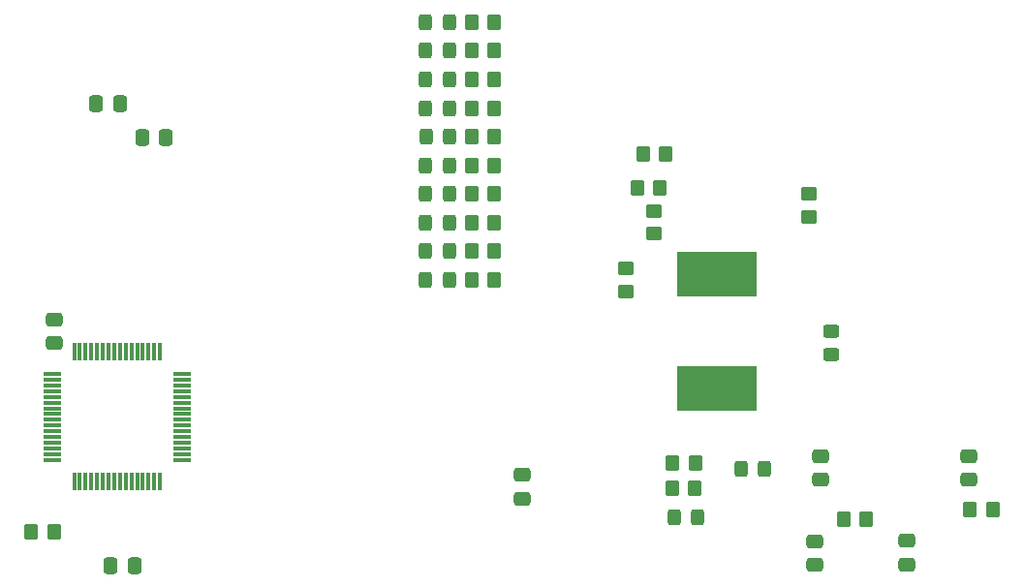
<source format=gbr>
%TF.GenerationSoftware,KiCad,Pcbnew,8.0.3*%
%TF.CreationDate,2024-07-18T08:26:54+01:00*%
%TF.ProjectId,sub,7375622e-6b69-4636-9164-5f7063625858,rev?*%
%TF.SameCoordinates,Original*%
%TF.FileFunction,Paste,Top*%
%TF.FilePolarity,Positive*%
%FSLAX46Y46*%
G04 Gerber Fmt 4.6, Leading zero omitted, Abs format (unit mm)*
G04 Created by KiCad (PCBNEW 8.0.3) date 2024-07-18 08:26:54*
%MOMM*%
%LPD*%
G01*
G04 APERTURE LIST*
G04 Aperture macros list*
%AMRoundRect*
0 Rectangle with rounded corners*
0 $1 Rounding radius*
0 $2 $3 $4 $5 $6 $7 $8 $9 X,Y pos of 4 corners*
0 Add a 4 corners polygon primitive as box body*
4,1,4,$2,$3,$4,$5,$6,$7,$8,$9,$2,$3,0*
0 Add four circle primitives for the rounded corners*
1,1,$1+$1,$2,$3*
1,1,$1+$1,$4,$5*
1,1,$1+$1,$6,$7*
1,1,$1+$1,$8,$9*
0 Add four rect primitives between the rounded corners*
20,1,$1+$1,$2,$3,$4,$5,0*
20,1,$1+$1,$4,$5,$6,$7,0*
20,1,$1+$1,$6,$7,$8,$9,0*
20,1,$1+$1,$8,$9,$2,$3,0*%
G04 Aperture macros list end*
%ADD10RoundRect,0.250000X0.325000X0.450000X-0.325000X0.450000X-0.325000X-0.450000X0.325000X-0.450000X0*%
%ADD11RoundRect,0.250000X-0.350000X-0.450000X0.350000X-0.450000X0.350000X0.450000X-0.350000X0.450000X0*%
%ADD12RoundRect,0.250000X0.475000X-0.337500X0.475000X0.337500X-0.475000X0.337500X-0.475000X-0.337500X0*%
%ADD13RoundRect,0.250000X-0.450000X0.350000X-0.450000X-0.350000X0.450000X-0.350000X0.450000X0.350000X0*%
%ADD14RoundRect,0.250000X0.337500X0.475000X-0.337500X0.475000X-0.337500X-0.475000X0.337500X-0.475000X0*%
%ADD15RoundRect,0.250000X0.350000X0.450000X-0.350000X0.450000X-0.350000X-0.450000X0.350000X-0.450000X0*%
%ADD16RoundRect,0.250000X-0.337500X-0.475000X0.337500X-0.475000X0.337500X0.475000X-0.337500X0.475000X0*%
%ADD17RoundRect,0.075000X0.700000X0.075000X-0.700000X0.075000X-0.700000X-0.075000X0.700000X-0.075000X0*%
%ADD18RoundRect,0.075000X0.075000X0.700000X-0.075000X0.700000X-0.075000X-0.700000X0.075000X-0.700000X0*%
%ADD19RoundRect,0.250000X-0.325000X-0.450000X0.325000X-0.450000X0.325000X0.450000X-0.325000X0.450000X0*%
%ADD20RoundRect,0.250000X0.450000X-0.325000X0.450000X0.325000X-0.450000X0.325000X-0.450000X-0.325000X0*%
%ADD21RoundRect,0.250000X-0.475000X0.337500X-0.475000X-0.337500X0.475000X-0.337500X0.475000X0.337500X0*%
%ADD22R,7.000000X4.000000*%
G04 APERTURE END LIST*
D10*
%TO.C,D11*%
X102525000Y-69000000D03*
X100475000Y-69000000D03*
%TD*%
D11*
%TO.C,R5*%
X118952271Y-81000000D03*
X120952271Y-81000000D03*
%TD*%
%TO.C,R12*%
X104475000Y-84000000D03*
X106475000Y-84000000D03*
%TD*%
D12*
%TO.C,C12*%
X108892500Y-108130000D03*
X108892500Y-106055000D03*
%TD*%
D11*
%TO.C,R17*%
X104475000Y-89000000D03*
X106475000Y-89000000D03*
%TD*%
D13*
%TO.C,R8*%
X117952271Y-88000000D03*
X117952271Y-90000000D03*
%TD*%
D14*
%TO.C,C9*%
X73742500Y-73590000D03*
X71667500Y-73590000D03*
%TD*%
D11*
%TO.C,R20*%
X104475000Y-69000000D03*
X106475000Y-69000000D03*
%TD*%
%TO.C,R13*%
X104475000Y-81500000D03*
X106475000Y-81500000D03*
%TD*%
D12*
%TO.C,C1*%
X142500000Y-113905000D03*
X142500000Y-111830000D03*
%TD*%
D15*
%TO.C,R1*%
X124000000Y-107250000D03*
X122000000Y-107250000D03*
%TD*%
D11*
%TO.C,R9*%
X148040000Y-109080000D03*
X150040000Y-109080000D03*
%TD*%
%TO.C,R21*%
X104475000Y-66500000D03*
X106475000Y-66500000D03*
%TD*%
D10*
%TO.C,D7*%
X102525000Y-79000000D03*
X100475000Y-79000000D03*
%TD*%
%TO.C,D10*%
X102525000Y-71500000D03*
X100475000Y-71500000D03*
%TD*%
D16*
%TO.C,C2*%
X72925000Y-114000000D03*
X75000000Y-114000000D03*
%TD*%
D15*
%TO.C,R11*%
X124040000Y-105000000D03*
X122040000Y-105000000D03*
%TD*%
D11*
%TO.C,R19*%
X104475000Y-71500000D03*
X106475000Y-71500000D03*
%TD*%
%TO.C,R16*%
X104475000Y-86500000D03*
X106475000Y-86500000D03*
%TD*%
%TO.C,R18*%
X104475000Y-74000000D03*
X106475000Y-74000000D03*
%TD*%
D10*
%TO.C,D4*%
X102525000Y-86500000D03*
X100475000Y-86500000D03*
%TD*%
D17*
%TO.C,U2*%
X79175000Y-104750000D03*
X79175000Y-104250000D03*
X79175000Y-103750000D03*
X79175000Y-103250000D03*
X79175000Y-102750000D03*
X79175000Y-102250000D03*
X79175000Y-101750000D03*
X79175000Y-101250000D03*
X79175000Y-100750000D03*
X79175000Y-100250000D03*
X79175000Y-99750000D03*
X79175000Y-99250000D03*
X79175000Y-98750000D03*
X79175000Y-98250000D03*
X79175000Y-97750000D03*
X79175000Y-97250000D03*
D18*
X77250000Y-95325000D03*
X76750000Y-95325000D03*
X76250000Y-95325000D03*
X75750000Y-95325000D03*
X75250000Y-95325000D03*
X74750000Y-95325000D03*
X74250000Y-95325000D03*
X73750000Y-95325000D03*
X73250000Y-95325000D03*
X72750000Y-95325000D03*
X72250000Y-95325000D03*
X71750000Y-95325000D03*
X71250000Y-95325000D03*
X70750000Y-95325000D03*
X70250000Y-95325000D03*
X69750000Y-95325000D03*
D17*
X67825000Y-97250000D03*
X67825000Y-97750000D03*
X67825000Y-98250000D03*
X67825000Y-98750000D03*
X67825000Y-99250000D03*
X67825000Y-99750000D03*
X67825000Y-100250000D03*
X67825000Y-100750000D03*
X67825000Y-101250000D03*
X67825000Y-101750000D03*
X67825000Y-102250000D03*
X67825000Y-102750000D03*
X67825000Y-103250000D03*
X67825000Y-103750000D03*
X67825000Y-104250000D03*
X67825000Y-104750000D03*
D18*
X69750000Y-106675000D03*
X70250000Y-106675000D03*
X70750000Y-106675000D03*
X71250000Y-106675000D03*
X71750000Y-106675000D03*
X72250000Y-106675000D03*
X72750000Y-106675000D03*
X73250000Y-106675000D03*
X73750000Y-106675000D03*
X74250000Y-106675000D03*
X74750000Y-106675000D03*
X75250000Y-106675000D03*
X75750000Y-106675000D03*
X76250000Y-106675000D03*
X76750000Y-106675000D03*
X77250000Y-106675000D03*
%TD*%
D11*
%TO.C,R14*%
X104475000Y-79000000D03*
X106475000Y-79000000D03*
%TD*%
D10*
%TO.C,D3*%
X102525000Y-89000000D03*
X100475000Y-89000000D03*
%TD*%
D12*
%TO.C,C8*%
X147960000Y-106497500D03*
X147960000Y-104422500D03*
%TD*%
D10*
%TO.C,D5*%
X102525000Y-84000000D03*
X100475000Y-84000000D03*
%TD*%
D15*
%TO.C,R7*%
X121452271Y-78000000D03*
X119452271Y-78000000D03*
%TD*%
D19*
%TO.C,D13*%
X122200000Y-109750000D03*
X124250000Y-109750000D03*
%TD*%
D12*
%TO.C,C3*%
X134500000Y-113942500D03*
X134500000Y-111867500D03*
%TD*%
D10*
%TO.C,D8*%
X102550000Y-76500000D03*
X100500000Y-76500000D03*
%TD*%
D12*
%TO.C,C7*%
X134960000Y-106497500D03*
X134960000Y-104422500D03*
%TD*%
D20*
%TO.C,D1*%
X135952271Y-95550000D03*
X135952271Y-93500000D03*
%TD*%
D15*
%TO.C,R2*%
X68000000Y-111000000D03*
X66000000Y-111000000D03*
%TD*%
D10*
%TO.C,D12*%
X102525000Y-66500000D03*
X100475000Y-66500000D03*
%TD*%
D11*
%TO.C,R10*%
X137000000Y-109905000D03*
X139000000Y-109905000D03*
%TD*%
D10*
%TO.C,D6*%
X102525000Y-81500000D03*
X100475000Y-81500000D03*
%TD*%
D13*
%TO.C,R4*%
X120452271Y-83000000D03*
X120452271Y-85000000D03*
%TD*%
D21*
%TO.C,C11*%
X68000000Y-92462500D03*
X68000000Y-94537500D03*
%TD*%
D22*
%TO.C,L2*%
X125952271Y-88500000D03*
X125952271Y-98500000D03*
%TD*%
D19*
%TO.C,D2*%
X128040000Y-105500000D03*
X130090000Y-105500000D03*
%TD*%
D10*
%TO.C,D9*%
X102525000Y-74040000D03*
X100475000Y-74040000D03*
%TD*%
D13*
%TO.C,R6*%
X133952271Y-81500000D03*
X133952271Y-83500000D03*
%TD*%
D11*
%TO.C,R15*%
X104475000Y-76500000D03*
X106475000Y-76500000D03*
%TD*%
D14*
%TO.C,C10*%
X77767500Y-76590000D03*
X75692500Y-76590000D03*
%TD*%
M02*

</source>
